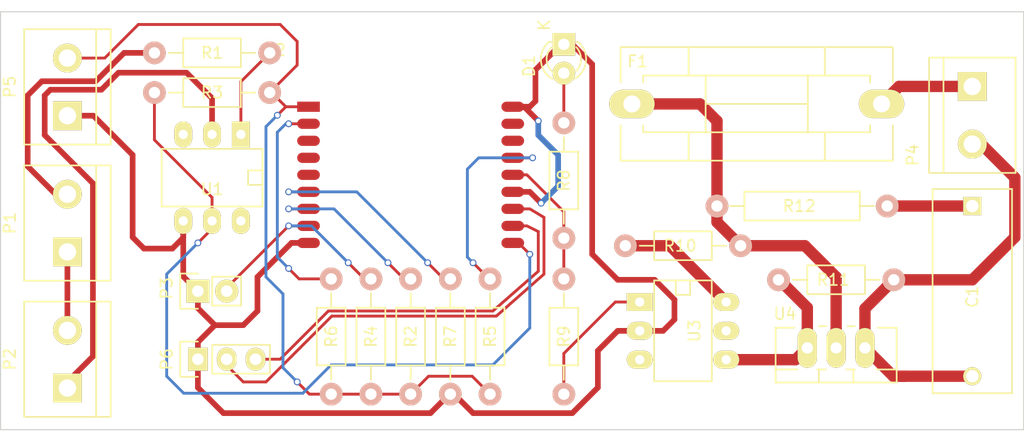
<source format=kicad_pcb>
(kicad_pcb (version 4) (host pcbnew 4.0.0-rc1-stable)

  (general
    (links 44)
    (no_connects 0)
    (area 86.309999 55.829999 176.580001 92.760001)
    (thickness 1.6)
    (drawings 4)
    (tracks 218)
    (zones 0)
    (modules 25)
    (nets 24)
  )

  (page A4)
  (layers
    (0 F.Cu signal)
    (31 B.Cu signal)
    (32 B.Adhes user)
    (33 F.Adhes user)
    (34 B.Paste user)
    (35 F.Paste user)
    (36 B.SilkS user)
    (37 F.SilkS user)
    (38 B.Mask user)
    (39 F.Mask user)
    (40 Dwgs.User user)
    (41 Cmts.User user)
    (42 Eco1.User user)
    (43 Eco2.User user)
    (44 Edge.Cuts user)
    (45 Margin user)
    (46 B.CrtYd user)
    (47 F.CrtYd user)
    (48 B.Fab user)
    (49 F.Fab user)
  )

  (setup
    (last_trace_width 0.25)
    (trace_clearance 0.2)
    (zone_clearance 0.508)
    (zone_45_only no)
    (trace_min 0.2)
    (segment_width 0.2)
    (edge_width 0.1)
    (via_size 0.6)
    (via_drill 0.4)
    (via_min_size 0.4)
    (via_min_drill 0.3)
    (uvia_size 0.3)
    (uvia_drill 0.1)
    (uvias_allowed no)
    (uvia_min_size 0.2)
    (uvia_min_drill 0.1)
    (pcb_text_width 0.3)
    (pcb_text_size 1.5 1.5)
    (mod_edge_width 0.15)
    (mod_text_size 1 1)
    (mod_text_width 0.15)
    (pad_size 1.5 1.5)
    (pad_drill 0.6)
    (pad_to_mask_clearance 0)
    (aux_axis_origin 12 12)
    (visible_elements 7FFFFFFF)
    (pcbplotparams
      (layerselection 0x310ec_80000001)
      (usegerberextensions false)
      (excludeedgelayer true)
      (linewidth 0.100000)
      (plotframeref false)
      (viasonmask false)
      (mode 1)
      (useauxorigin false)
      (hpglpennumber 1)
      (hpglpenspeed 20)
      (hpglpendiameter 15)
      (hpglpenoverlay 2)
      (psnegative false)
      (psa4output false)
      (plotreference true)
      (plotvalue true)
      (plotinvisibletext false)
      (padsonsilk false)
      (subtractmaskfromsilk false)
      (outputformat 1)
      (mirror false)
      (drillshape 0)
      (scaleselection 1)
      (outputdirectory Gerber/))
  )

  (net 0 "")
  (net 1 "Net-(C1-Pad1)")
  (net 2 "Net-(C1-Pad2)")
  (net 3 MAINS)
  (net 4 "Net-(F1-Pad2)")
  (net 5 "Net-(F1-Pad1)")
  (net 6 "Net-(P1-Pad1)")
  (net 7 "Net-(P1-Pad2)")
  (net 8 "Net-(P2-Pad1)")
  (net 9 "Net-(R1-Pad1)")
  (net 10 +3V3)
  (net 11 BUTTONS)
  (net 12 GND)
  (net 13 "Net-(R6-Pad2)")
  (net 14 "Net-(R10-Pad1)")
  (net 15 "Net-(R11-Pad2)")
  (net 16 "Net-(R7-Pad1)")
  (net 17 "Net-(R2-Pad2)")
  (net 18 "Net-(P3-Pad2)")
  (net 19 "Net-(R5-Pad2)")
  (net 20 "Net-(D1-Pad2)")
  (net 21 "Net-(R9-Pad2)")
  (net 22 "Net-(P6-Pad2)")
  (net 23 "Net-(P6-Pad3)")

  (net_class Default "This is the default net class."
    (clearance 0.2)
    (trace_width 0.25)
    (via_dia 0.6)
    (via_drill 0.4)
    (uvia_dia 0.3)
    (uvia_drill 0.1)
    (add_net +3V3)
    (add_net BUTTONS)
    (add_net MAINS)
    (add_net "Net-(D1-Pad2)")
    (add_net "Net-(P3-Pad2)")
    (add_net "Net-(P6-Pad2)")
    (add_net "Net-(P6-Pad3)")
    (add_net "Net-(R1-Pad1)")
    (add_net "Net-(R2-Pad2)")
    (add_net "Net-(R5-Pad2)")
    (add_net "Net-(R6-Pad2)")
    (add_net "Net-(R7-Pad1)")
    (add_net "Net-(R9-Pad2)")
  )

  (net_class 220 ""
    (clearance 1)
    (trace_width 1)
    (via_dia 0.6)
    (via_drill 0.4)
    (uvia_dia 0.3)
    (uvia_drill 0.1)
    (add_net "Net-(C1-Pad1)")
    (add_net "Net-(C1-Pad2)")
    (add_net "Net-(F1-Pad1)")
    (add_net "Net-(F1-Pad2)")
    (add_net "Net-(R10-Pad1)")
    (add_net "Net-(R11-Pad2)")
  )

  (net_class 24 ""
    (clearance 0.2)
    (trace_width 0.5)
    (via_dia 0.6)
    (via_drill 0.4)
    (uvia_dia 0.3)
    (uvia_drill 0.1)
    (add_net GND)
    (add_net "Net-(P1-Pad1)")
    (add_net "Net-(P1-Pad2)")
    (add_net "Net-(P2-Pad1)")
  )

  (module LEDs:LED-3MM (layer F.Cu) (tedit 559B82F6) (tstamp 5615B484)
    (at 136 58.75 270)
    (descr "LED 3mm round vertical")
    (tags "LED  3mm round vertical")
    (path /5608BC3E)
    (fp_text reference D1 (at 1.91 3.06 270) (layer F.SilkS)
      (effects (font (size 1 1) (thickness 0.15)))
    )
    (fp_text value LED (at 1.3 -2.9 270) (layer F.Fab)
      (effects (font (size 1 1) (thickness 0.15)))
    )
    (fp_line (start -1.2 2.3) (end 3.8 2.3) (layer F.CrtYd) (width 0.05))
    (fp_line (start 3.8 2.3) (end 3.8 -2.2) (layer F.CrtYd) (width 0.05))
    (fp_line (start 3.8 -2.2) (end -1.2 -2.2) (layer F.CrtYd) (width 0.05))
    (fp_line (start -1.2 -2.2) (end -1.2 2.3) (layer F.CrtYd) (width 0.05))
    (fp_line (start -0.199 1.314) (end -0.199 1.114) (layer F.SilkS) (width 0.15))
    (fp_line (start -0.199 -1.28) (end -0.199 -1.1) (layer F.SilkS) (width 0.15))
    (fp_arc (start 1.301 0.034) (end -0.199 -1.286) (angle 108.5) (layer F.SilkS) (width 0.15))
    (fp_arc (start 1.301 0.034) (end 0.25 -1.1) (angle 85.7) (layer F.SilkS) (width 0.15))
    (fp_arc (start 1.311 0.034) (end 3.051 0.994) (angle 110) (layer F.SilkS) (width 0.15))
    (fp_arc (start 1.301 0.034) (end 2.335 1.094) (angle 87.5) (layer F.SilkS) (width 0.15))
    (fp_text user K (at -1.69 1.74 270) (layer F.SilkS)
      (effects (font (size 1 1) (thickness 0.15)))
    )
    (pad 1 thru_hole rect (at 0 0) (size 2 2) (drill 1.00076) (layers *.Cu *.Mask F.SilkS)
      (net 12 GND))
    (pad 2 thru_hole circle (at 2.54 0 270) (size 2 2) (drill 1.00076) (layers *.Cu *.Mask F.SilkS)
      (net 20 "Net-(D1-Pad2)"))
    (model LEDs.3dshapes/LED-3MM.wrl
      (at (xyz 0.05 0 0))
      (scale (xyz 1 1 1))
      (rotate (xyz 0 0 90))
    )
  )

  (module Resistors_ThroughHole:Resistor_Horizontal_RM15mm (layer F.Cu) (tedit 561C0C8A) (tstamp 5615B4C6)
    (at 157 73)
    (descr "Resistor, Axial, RM 15mm,")
    (tags "Resistor, Axial, RM 15mm,")
    (path /5608A77D)
    (fp_text reference R12 (at -0.25 0) (layer F.SilkS)
      (effects (font (size 1 1) (thickness 0.15)))
    )
    (fp_text value 100 (at 3 2.25) (layer F.Fab)
      (effects (font (size 1 1) (thickness 0.15)))
    )
    (fp_line (start -5.08 -1.27) (end -5.08 1.27) (layer F.SilkS) (width 0.15))
    (fp_line (start -5.08 1.27) (end 5.08 1.27) (layer F.SilkS) (width 0.15))
    (fp_line (start 5.08 1.27) (end 5.08 -1.27) (layer F.SilkS) (width 0.15))
    (fp_line (start 5.08 -1.27) (end -5.08 -1.27) (layer F.SilkS) (width 0.15))
    (fp_line (start 6.35 0) (end 5.08 0) (layer F.SilkS) (width 0.15))
    (fp_line (start -6.35 0) (end -5.08 0) (layer F.SilkS) (width 0.15))
    (pad 1 thru_hole circle (at -7.5 0) (size 1.99898 1.99898) (drill 1.00076) (layers *.Cu *.SilkS *.Mask)
      (net 5 "Net-(F1-Pad1)"))
    (pad 2 thru_hole circle (at 7.5 0) (size 1.99898 1.99898) (drill 1.00076) (layers *.Cu *.SilkS *.Mask)
      (net 1 "Net-(C1-Pad1)"))
    (model Resistors_ThroughHole.3dshapes/Resistor_Horizontal_RM15mm.wrl
      (at (xyz 0 0 0))
      (scale (xyz 0.4 0.4 0.4))
      (rotate (xyz 0 0 0))
    )
  )

  (module Transistors_TO-220:TO-220_Neutral123_Vertical_LargePads (layer F.Cu) (tedit 561C14E0) (tstamp 5615B4F7)
    (at 160 85.5 180)
    (descr "TO-220, Neutral, Vertical, Large Pads,")
    (tags "TO-220, Neutral, Vertical, Large Pads,")
    (path /5608A7E7)
    (fp_text reference U4 (at 4.5 3 180) (layer F.SilkS)
      (effects (font (size 1 1) (thickness 0.15)))
    )
    (fp_text value BT808 (at 0 3.81 180) (layer F.Fab)
      (effects (font (size 1 1) (thickness 0.15)))
    )
    (fp_line (start 5.334 -1.905) (end 3.429 -1.905) (layer F.SilkS) (width 0.15))
    (fp_line (start 0.889 -1.905) (end 1.651 -1.905) (layer F.SilkS) (width 0.15))
    (fp_line (start -1.524 -1.905) (end -1.651 -1.905) (layer F.SilkS) (width 0.15))
    (fp_line (start -1.524 -1.905) (end -0.889 -1.905) (layer F.SilkS) (width 0.15))
    (fp_line (start -5.334 -1.905) (end -3.556 -1.905) (layer F.SilkS) (width 0.15))
    (fp_line (start -5.334 1.778) (end -3.683 1.778) (layer F.SilkS) (width 0.15))
    (fp_line (start -1.016 1.905) (end -1.651 1.905) (layer F.SilkS) (width 0.15))
    (fp_line (start 1.524 1.905) (end 0.889 1.905) (layer F.SilkS) (width 0.15))
    (fp_line (start 5.334 1.778) (end 3.683 1.778) (layer F.SilkS) (width 0.15))
    (fp_line (start -1.524 -3.048) (end -1.524 -1.905) (layer F.SilkS) (width 0.15))
    (fp_line (start 1.524 -3.048) (end 1.524 -1.905) (layer F.SilkS) (width 0.15))
    (fp_line (start 5.334 -1.905) (end 5.334 1.778) (layer F.SilkS) (width 0.15))
    (fp_line (start -5.334 1.778) (end -5.334 -1.905) (layer F.SilkS) (width 0.15))
    (fp_line (start 5.334 -3.048) (end 5.334 -1.905) (layer F.SilkS) (width 0.15))
    (fp_line (start -5.334 -1.905) (end -5.334 -3.048) (layer F.SilkS) (width 0.15))
    (fp_line (start 0 -3.048) (end -5.334 -3.048) (layer F.SilkS) (width 0.15))
    (fp_line (start 0 -3.048) (end 5.334 -3.048) (layer F.SilkS) (width 0.15))
    (pad 2 thru_hole oval (at 0 0 270) (size 3.50012 1.69926) (drill 1.00076) (layers *.Cu *.Mask F.SilkS)
      (net 5 "Net-(F1-Pad1)"))
    (pad 1 thru_hole oval (at -2.54 0 270) (size 3.50012 1.69926) (drill 1.00076) (layers *.Cu *.Mask F.SilkS)
      (net 2 "Net-(C1-Pad2)"))
    (pad 3 thru_hole oval (at 2.54 0 270) (size 3.50012 1.69926) (drill 1.00076) (layers *.Cu *.Mask F.SilkS)
      (net 15 "Net-(R11-Pad2)"))
    (model Transistors_TO-220.3dshapes/TO-220_Neutral123_Vertical_LargePads.wrl
      (at (xyz 0 0 0))
      (scale (xyz 0.3937 0.3937 0.3937))
      (rotate (xyz 0 0 0))
    )
  )

  (module Resistors_ThroughHole:Resistor_Horizontal_RM10mm (layer F.Cu) (tedit 561C2BE9) (tstamp 5619C302)
    (at 105 59.5 180)
    (descr "Resistor, Axial,  RM 10mm, 1/3W,")
    (tags "Resistor, Axial, RM 10mm, 1/3W,")
    (path /5608AA86)
    (fp_text reference R1 (at 0 0 180) (layer F.SilkS)
      (effects (font (size 1 1) (thickness 0.15)))
    )
    (fp_text value 1K (at 3.81 3.81 180) (layer F.Fab)
      (effects (font (size 1 1) (thickness 0.15)))
    )
    (fp_line (start -2.54 -1.27) (end 2.54 -1.27) (layer F.SilkS) (width 0.15))
    (fp_line (start 2.54 -1.27) (end 2.54 1.27) (layer F.SilkS) (width 0.15))
    (fp_line (start 2.54 1.27) (end -2.54 1.27) (layer F.SilkS) (width 0.15))
    (fp_line (start -2.54 1.27) (end -2.54 -1.27) (layer F.SilkS) (width 0.15))
    (fp_line (start -2.54 0) (end -3.81 0) (layer F.SilkS) (width 0.15))
    (fp_line (start 2.54 0) (end 3.81 0) (layer F.SilkS) (width 0.15))
    (pad 1 thru_hole circle (at -5.08 0 180) (size 1.99898 1.99898) (drill 1.00076) (layers *.Cu *.SilkS *.Mask)
      (net 9 "Net-(R1-Pad1)"))
    (pad 2 thru_hole circle (at 5.08 0 180) (size 1.99898 1.99898) (drill 1.00076) (layers *.Cu *.SilkS *.Mask)
      (net 7 "Net-(P1-Pad2)"))
    (model Resistors_ThroughHole.3dshapes/Resistor_Horizontal_RM10mm.wrl
      (at (xyz 0 0 0))
      (scale (xyz 0.4 0.4 0.4))
      (rotate (xyz 0 0 0))
    )
  )

  (module Resistors_ThroughHole:Resistor_Horizontal_RM10mm (layer F.Cu) (tedit 561C2BED) (tstamp 5619C307)
    (at 105 63 180)
    (descr "Resistor, Axial,  RM 10mm, 1/3W,")
    (tags "Resistor, Axial, RM 10mm, 1/3W,")
    (path /5608DE38)
    (fp_text reference R3 (at 0 0 180) (layer F.SilkS)
      (effects (font (size 1 1) (thickness 0.15)))
    )
    (fp_text value 10K (at 3.81 3.81 180) (layer F.Fab)
      (effects (font (size 1 1) (thickness 0.15)))
    )
    (fp_line (start -2.54 -1.27) (end 2.54 -1.27) (layer F.SilkS) (width 0.15))
    (fp_line (start 2.54 -1.27) (end 2.54 1.27) (layer F.SilkS) (width 0.15))
    (fp_line (start 2.54 1.27) (end -2.54 1.27) (layer F.SilkS) (width 0.15))
    (fp_line (start -2.54 1.27) (end -2.54 -1.27) (layer F.SilkS) (width 0.15))
    (fp_line (start -2.54 0) (end -3.81 0) (layer F.SilkS) (width 0.15))
    (fp_line (start 2.54 0) (end 3.81 0) (layer F.SilkS) (width 0.15))
    (pad 1 thru_hole circle (at -5.08 0 180) (size 1.99898 1.99898) (drill 1.00076) (layers *.Cu *.SilkS *.Mask)
      (net 10 +3V3))
    (pad 2 thru_hole circle (at 5.08 0 180) (size 1.99898 1.99898) (drill 1.00076) (layers *.Cu *.SilkS *.Mask)
      (net 11 BUTTONS))
    (model Resistors_ThroughHole.3dshapes/Resistor_Horizontal_RM10mm.wrl
      (at (xyz 0 0 0))
      (scale (xyz 0.4 0.4 0.4))
      (rotate (xyz 0 0 0))
    )
  )

  (module Resistors_ThroughHole:Resistor_Horizontal_RM10mm (layer F.Cu) (tedit 561C0C62) (tstamp 5619C30C)
    (at 136 70.75 90)
    (descr "Resistor, Axial,  RM 10mm, 1/3W,")
    (tags "Resistor, Axial, RM 10mm, 1/3W,")
    (path /5608BB29)
    (fp_text reference R8 (at 0 0 90) (layer F.SilkS)
      (effects (font (size 1 1) (thickness 0.15)))
    )
    (fp_text value 100 (at -0.25 2.5 90) (layer F.Fab)
      (effects (font (size 1 1) (thickness 0.15)))
    )
    (fp_line (start -2.54 -1.27) (end 2.54 -1.27) (layer F.SilkS) (width 0.15))
    (fp_line (start 2.54 -1.27) (end 2.54 1.27) (layer F.SilkS) (width 0.15))
    (fp_line (start 2.54 1.27) (end -2.54 1.27) (layer F.SilkS) (width 0.15))
    (fp_line (start -2.54 1.27) (end -2.54 -1.27) (layer F.SilkS) (width 0.15))
    (fp_line (start -2.54 0) (end -3.81 0) (layer F.SilkS) (width 0.15))
    (fp_line (start 2.54 0) (end 3.81 0) (layer F.SilkS) (width 0.15))
    (pad 1 thru_hole circle (at -5.08 0 90) (size 1.99898 1.99898) (drill 1.00076) (layers *.Cu *.SilkS *.Mask)
      (net 3 MAINS))
    (pad 2 thru_hole circle (at 5.08 0 90) (size 1.99898 1.99898) (drill 1.00076) (layers *.Cu *.SilkS *.Mask)
      (net 20 "Net-(D1-Pad2)"))
    (model Resistors_ThroughHole.3dshapes/Resistor_Horizontal_RM10mm.wrl
      (at (xyz 0 0 0))
      (scale (xyz 0.4 0.4 0.4))
      (rotate (xyz 0 0 0))
    )
  )

  (module Resistors_ThroughHole:Resistor_Horizontal_RM10mm (layer F.Cu) (tedit 561C0C67) (tstamp 5619C311)
    (at 136 84.5 270)
    (descr "Resistor, Axial,  RM 10mm, 1/3W,")
    (tags "Resistor, Axial, RM 10mm, 1/3W,")
    (path /5608BA2B)
    (fp_text reference R9 (at 0 0 270) (layer F.SilkS)
      (effects (font (size 1 1) (thickness 0.15)))
    )
    (fp_text value 68 (at -0.5 -2.25 270) (layer F.Fab)
      (effects (font (size 1 1) (thickness 0.15)))
    )
    (fp_line (start -2.54 -1.27) (end 2.54 -1.27) (layer F.SilkS) (width 0.15))
    (fp_line (start 2.54 -1.27) (end 2.54 1.27) (layer F.SilkS) (width 0.15))
    (fp_line (start 2.54 1.27) (end -2.54 1.27) (layer F.SilkS) (width 0.15))
    (fp_line (start -2.54 1.27) (end -2.54 -1.27) (layer F.SilkS) (width 0.15))
    (fp_line (start -2.54 0) (end -3.81 0) (layer F.SilkS) (width 0.15))
    (fp_line (start 2.54 0) (end 3.81 0) (layer F.SilkS) (width 0.15))
    (pad 1 thru_hole circle (at -5.08 0 270) (size 1.99898 1.99898) (drill 1.00076) (layers *.Cu *.SilkS *.Mask)
      (net 3 MAINS))
    (pad 2 thru_hole circle (at 5.08 0 270) (size 1.99898 1.99898) (drill 1.00076) (layers *.Cu *.SilkS *.Mask)
      (net 21 "Net-(R9-Pad2)"))
    (model Resistors_ThroughHole.3dshapes/Resistor_Horizontal_RM10mm.wrl
      (at (xyz 0 0 0))
      (scale (xyz 0.4 0.4 0.4))
      (rotate (xyz 0 0 0))
    )
  )

  (module Resistors_ThroughHole:Resistor_Horizontal_RM10mm (layer F.Cu) (tedit 561C0C82) (tstamp 5619C316)
    (at 146.5 76.5)
    (descr "Resistor, Axial,  RM 10mm, 1/3W,")
    (tags "Resistor, Axial, RM 10mm, 1/3W,")
    (path /5608B2CD)
    (fp_text reference R10 (at -0.25 0) (layer F.SilkS)
      (effects (font (size 1 1) (thickness 0.15)))
    )
    (fp_text value 390 (at 3.81 3.81) (layer F.Fab)
      (effects (font (size 1 1) (thickness 0.15)))
    )
    (fp_line (start -2.54 -1.27) (end 2.54 -1.27) (layer F.SilkS) (width 0.15))
    (fp_line (start 2.54 -1.27) (end 2.54 1.27) (layer F.SilkS) (width 0.15))
    (fp_line (start 2.54 1.27) (end -2.54 1.27) (layer F.SilkS) (width 0.15))
    (fp_line (start -2.54 1.27) (end -2.54 -1.27) (layer F.SilkS) (width 0.15))
    (fp_line (start -2.54 0) (end -3.81 0) (layer F.SilkS) (width 0.15))
    (fp_line (start 2.54 0) (end 3.81 0) (layer F.SilkS) (width 0.15))
    (pad 1 thru_hole circle (at -5.08 0) (size 1.99898 1.99898) (drill 1.00076) (layers *.Cu *.SilkS *.Mask)
      (net 14 "Net-(R10-Pad1)"))
    (pad 2 thru_hole circle (at 5.08 0) (size 1.99898 1.99898) (drill 1.00076) (layers *.Cu *.SilkS *.Mask)
      (net 5 "Net-(F1-Pad1)"))
    (model Resistors_ThroughHole.3dshapes/Resistor_Horizontal_RM10mm.wrl
      (at (xyz 0 0 0))
      (scale (xyz 0.4 0.4 0.4))
      (rotate (xyz 0 0 0))
    )
  )

  (module Resistors_ThroughHole:Resistor_Horizontal_RM10mm (layer F.Cu) (tedit 561C0C90) (tstamp 5619C31B)
    (at 160 79.5 180)
    (descr "Resistor, Axial,  RM 10mm, 1/3W,")
    (tags "Resistor, Axial, RM 10mm, 1/3W,")
    (path /5608B25B)
    (fp_text reference R11 (at 0.25 0 180) (layer F.SilkS)
      (effects (font (size 1 1) (thickness 0.15)))
    )
    (fp_text value 470 (at -0.75 2.5 180) (layer F.Fab)
      (effects (font (size 1 1) (thickness 0.15)))
    )
    (fp_line (start -2.54 -1.27) (end 2.54 -1.27) (layer F.SilkS) (width 0.15))
    (fp_line (start 2.54 -1.27) (end 2.54 1.27) (layer F.SilkS) (width 0.15))
    (fp_line (start 2.54 1.27) (end -2.54 1.27) (layer F.SilkS) (width 0.15))
    (fp_line (start -2.54 1.27) (end -2.54 -1.27) (layer F.SilkS) (width 0.15))
    (fp_line (start -2.54 0) (end -3.81 0) (layer F.SilkS) (width 0.15))
    (fp_line (start 2.54 0) (end 3.81 0) (layer F.SilkS) (width 0.15))
    (pad 1 thru_hole circle (at -5.08 0 180) (size 1.99898 1.99898) (drill 1.00076) (layers *.Cu *.SilkS *.Mask)
      (net 2 "Net-(C1-Pad2)"))
    (pad 2 thru_hole circle (at 5.08 0 180) (size 1.99898 1.99898) (drill 1.00076) (layers *.Cu *.SilkS *.Mask)
      (net 15 "Net-(R11-Pad2)"))
    (model Resistors_ThroughHole.3dshapes/Resistor_Horizontal_RM10mm.wrl
      (at (xyz 0 0 0))
      (scale (xyz 0.4 0.4 0.4))
      (rotate (xyz 0 0 0))
    )
  )

  (module Sockets_DIP:DIP-6__300_ELL (layer F.Cu) (tedit 0) (tstamp 5619C320)
    (at 105 70.5 180)
    (descr "6 pins DIL package, elliptical pads")
    (tags DIL)
    (path /5608A1AB)
    (fp_text reference U1 (at 0 -1.016 180) (layer F.SilkS)
      (effects (font (size 1 1) (thickness 0.15)))
    )
    (fp_text value 4N35 (at 0 1.27 180) (layer F.Fab)
      (effects (font (size 1 1) (thickness 0.15)))
    )
    (fp_line (start -4.445 -2.54) (end 4.445 -2.54) (layer F.SilkS) (width 0.15))
    (fp_line (start 4.445 -2.54) (end 4.445 2.54) (layer F.SilkS) (width 0.15))
    (fp_line (start 4.445 2.54) (end -4.445 2.54) (layer F.SilkS) (width 0.15))
    (fp_line (start -4.445 2.54) (end -4.445 -2.54) (layer F.SilkS) (width 0.15))
    (fp_line (start -4.445 -0.635) (end -3.175 -0.635) (layer F.SilkS) (width 0.15))
    (fp_line (start -3.175 -0.635) (end -3.175 0.635) (layer F.SilkS) (width 0.15))
    (fp_line (start -3.175 0.635) (end -4.445 0.635) (layer F.SilkS) (width 0.15))
    (pad 1 thru_hole rect (at -2.54 3.81 180) (size 1.5748 2.286) (drill 0.8128) (layers *.Cu *.Mask F.SilkS)
      (net 9 "Net-(R1-Pad1)"))
    (pad 2 thru_hole oval (at 0 3.81 180) (size 1.5748 2.286) (drill 0.8128) (layers *.Cu *.Mask F.SilkS)
      (net 8 "Net-(P2-Pad1)"))
    (pad 3 thru_hole oval (at 2.54 3.81 180) (size 1.5748 2.286) (drill 0.8128) (layers *.Cu *.Mask F.SilkS))
    (pad 4 thru_hole oval (at 2.54 -3.81 180) (size 1.5748 2.286) (drill 0.8128) (layers *.Cu *.Mask F.SilkS)
      (net 12 GND))
    (pad 5 thru_hole oval (at 0 -3.81 180) (size 1.5748 2.286) (drill 0.8128) (layers *.Cu *.Mask F.SilkS)
      (net 11 BUTTONS))
    (pad 6 thru_hole oval (at -2.54 -3.81 180) (size 1.5748 2.286) (drill 0.8128) (layers *.Cu *.Mask F.SilkS))
    (model Sockets_DIP.3dshapes/DIP-6__300_ELL.wrl
      (at (xyz 0 0 0))
      (scale (xyz 1 1 1))
      (rotate (xyz 0 0 0))
    )
  )

  (module Sockets_DIP:DIP-6__300_ELL (layer F.Cu) (tedit 0) (tstamp 5619C329)
    (at 146.5 84 270)
    (descr "6 pins DIL package, elliptical pads")
    (tags DIL)
    (path /5608A238)
    (fp_text reference U3 (at 0 -1.016 270) (layer F.SilkS)
      (effects (font (size 1 1) (thickness 0.15)))
    )
    (fp_text value MOC3041M (at 0 1.27 270) (layer F.Fab)
      (effects (font (size 1 1) (thickness 0.15)))
    )
    (fp_line (start -4.445 -2.54) (end 4.445 -2.54) (layer F.SilkS) (width 0.15))
    (fp_line (start 4.445 -2.54) (end 4.445 2.54) (layer F.SilkS) (width 0.15))
    (fp_line (start 4.445 2.54) (end -4.445 2.54) (layer F.SilkS) (width 0.15))
    (fp_line (start -4.445 2.54) (end -4.445 -2.54) (layer F.SilkS) (width 0.15))
    (fp_line (start -4.445 -0.635) (end -3.175 -0.635) (layer F.SilkS) (width 0.15))
    (fp_line (start -3.175 -0.635) (end -3.175 0.635) (layer F.SilkS) (width 0.15))
    (fp_line (start -3.175 0.635) (end -4.445 0.635) (layer F.SilkS) (width 0.15))
    (pad 1 thru_hole rect (at -2.54 3.81 270) (size 1.5748 2.286) (drill 0.8128) (layers *.Cu *.Mask F.SilkS)
      (net 21 "Net-(R9-Pad2)"))
    (pad 2 thru_hole oval (at 0 3.81 270) (size 1.5748 2.286) (drill 0.8128) (layers *.Cu *.Mask F.SilkS)
      (net 12 GND))
    (pad 3 thru_hole oval (at 2.54 3.81 270) (size 1.5748 2.286) (drill 0.8128) (layers *.Cu *.Mask F.SilkS))
    (pad 4 thru_hole oval (at 2.54 -3.81 270) (size 1.5748 2.286) (drill 0.8128) (layers *.Cu *.Mask F.SilkS)
      (net 15 "Net-(R11-Pad2)"))
    (pad 5 thru_hole oval (at 0 -3.81 270) (size 1.5748 2.286) (drill 0.8128) (layers *.Cu *.Mask F.SilkS))
    (pad 6 thru_hole oval (at -2.54 -3.81 270) (size 1.5748 2.286) (drill 0.8128) (layers *.Cu *.Mask F.SilkS)
      (net 14 "Net-(R10-Pad1)"))
    (model Sockets_DIP.3dshapes/DIP-6__300_ELL.wrl
      (at (xyz 0 0 0))
      (scale (xyz 1 1 1))
      (rotate (xyz 0 0 0))
    )
  )

  (module Capacitors_ThroughHole:C_Rect_L18_W7_P15 (layer F.Cu) (tedit 561C14E6) (tstamp 5619C5D2)
    (at 172 73 270)
    (descr "Film Capacitor Length 18mm x Width 7mm, Pitch 15mm")
    (tags Capacitor)
    (path /5608A63B)
    (fp_text reference C1 (at 8 0 270) (layer F.SilkS)
      (effects (font (size 1 1) (thickness 0.15)))
    )
    (fp_text value "0.1 400V" (at 7.5 4.75 270) (layer F.Fab)
      (effects (font (size 1 1) (thickness 0.15)))
    )
    (fp_line (start -1.75 -3.75) (end 16.75 -3.75) (layer F.CrtYd) (width 0.05))
    (fp_line (start 16.75 -3.75) (end 16.75 3.75) (layer F.CrtYd) (width 0.05))
    (fp_line (start 16.75 3.75) (end -1.75 3.75) (layer F.CrtYd) (width 0.05))
    (fp_line (start -1.75 3.75) (end -1.75 -3.75) (layer F.CrtYd) (width 0.05))
    (fp_line (start -1.5 -3.5) (end 16.5 -3.5) (layer F.SilkS) (width 0.15))
    (fp_line (start 16.5 -3.5) (end 16.5 3.5) (layer F.SilkS) (width 0.15))
    (fp_line (start 16.5 3.5) (end -1.5 3.5) (layer F.SilkS) (width 0.15))
    (fp_line (start -1.5 3.5) (end -1.5 -3.5) (layer F.SilkS) (width 0.15))
    (pad 1 thru_hole rect (at 0 0 270) (size 1.6 1.6) (drill 1.1) (layers *.Cu *.Mask F.SilkS)
      (net 1 "Net-(C1-Pad1)"))
    (pad 2 thru_hole circle (at 15 0 270) (size 1.6 1.6) (drill 1.1) (layers *.Cu *.Mask F.SilkS)
      (net 2 "Net-(C1-Pad2)"))
  )

  (module Fuse_Holders_and_Fuses:Fuseholder5x20_horiz_SemiClosed_Casing10x25mm (layer F.Cu) (tedit 561C0C77) (tstamp 5619C6DD)
    (at 153 64)
    (descr "Fuseholder, 5x20, Semi closed, horizontal, Casing 10x25mm,")
    (tags "Fuseholder, 5x20, Semi closed, horizontal, Casing 10x25mm, Sicherungshalter, halbgeschlossen,")
    (path /5608B6CD)
    (fp_text reference F1 (at -10.5 -3.75) (layer F.SilkS)
      (effects (font (size 1 1) (thickness 0.15)))
    )
    (fp_text value FUSE (at -0.5 0) (layer F.Fab)
      (effects (font (size 1 1) (thickness 0.15)))
    )
    (fp_line (start -5.99948 -2.49936) (end -5.99948 -5.00126) (layer F.SilkS) (width 0.15))
    (fp_line (start -5.99948 5.00126) (end -5.99948 2.49936) (layer F.SilkS) (width 0.15))
    (fp_line (start 5.99948 5.00126) (end 5.99948 2.49936) (layer F.SilkS) (width 0.15))
    (fp_line (start 5.99948 -5.00126) (end 5.99948 -2.49936) (layer F.SilkS) (width 0.15))
    (fp_line (start -4.50088 0) (end 4.50088 0) (layer F.SilkS) (width 0.15))
    (fp_line (start -4.50088 -2.49936) (end -4.50088 2.49936) (layer F.SilkS) (width 0.15))
    (fp_line (start 4.50088 -2.49936) (end 4.50088 2.49936) (layer F.SilkS) (width 0.15))
    (fp_line (start 9.99998 -1.89992) (end 9.99998 -2.49936) (layer F.SilkS) (width 0.15))
    (fp_line (start -9.99998 1.89992) (end -9.99998 2.49936) (layer F.SilkS) (width 0.15))
    (fp_line (start -9.99998 2.49936) (end 9.99998 2.49936) (layer F.SilkS) (width 0.15))
    (fp_line (start 9.99998 2.49936) (end 9.99998 1.89992) (layer F.SilkS) (width 0.15))
    (fp_line (start 9.99998 -2.49936) (end -9.99998 -2.49936) (layer F.SilkS) (width 0.15))
    (fp_line (start -9.99998 -2.49936) (end -9.99998 -1.89992) (layer F.SilkS) (width 0.15))
    (fp_line (start 11.99896 -1.89992) (end 11.99896 -5.00126) (layer F.SilkS) (width 0.15))
    (fp_line (start -11.99896 1.89992) (end -11.99896 5.00126) (layer F.SilkS) (width 0.15))
    (fp_line (start -11.99896 5.00126) (end 11.99896 5.00126) (layer F.SilkS) (width 0.15))
    (fp_line (start 11.99896 5.00126) (end 11.99896 1.89992) (layer F.SilkS) (width 0.15))
    (fp_line (start 11.99896 -5.00126) (end -11.99896 -5.00126) (layer F.SilkS) (width 0.15))
    (fp_line (start -11.99896 -5.00126) (end -11.99896 -1.89992) (layer F.SilkS) (width 0.15))
    (pad 2 thru_hole oval (at 11.00074 0 270) (size 2.49936 4.0005) (drill 1.50114) (layers *.Cu *.Mask F.SilkS)
      (net 4 "Net-(F1-Pad2)"))
    (pad 1 thru_hole oval (at -11.00074 0 270) (size 2.49936 4.0005) (drill 1.50114) (layers *.Cu *.Mask F.SilkS)
      (net 5 "Net-(F1-Pad1)"))
  )

  (module Connect:bornier2 (layer F.Cu) (tedit 0) (tstamp 5619CC50)
    (at 92.25 74.5 90)
    (descr "Bornier d'alimentation 2 pins")
    (tags DEV)
    (path /5608A3D9)
    (fp_text reference P1 (at 0 -5.08 90) (layer F.SilkS)
      (effects (font (size 1 1) (thickness 0.15)))
    )
    (fp_text value BTN (at 0 5.08 90) (layer F.Fab)
      (effects (font (size 1 1) (thickness 0.15)))
    )
    (fp_line (start 5.08 2.54) (end -5.08 2.54) (layer F.SilkS) (width 0.15))
    (fp_line (start 5.08 3.81) (end 5.08 -3.81) (layer F.SilkS) (width 0.15))
    (fp_line (start 5.08 -3.81) (end -5.08 -3.81) (layer F.SilkS) (width 0.15))
    (fp_line (start -5.08 -3.81) (end -5.08 3.81) (layer F.SilkS) (width 0.15))
    (fp_line (start -5.08 3.81) (end 5.08 3.81) (layer F.SilkS) (width 0.15))
    (pad 1 thru_hole rect (at -2.54 0 90) (size 2.54 2.54) (drill 1.524) (layers *.Cu *.Mask F.SilkS)
      (net 6 "Net-(P1-Pad1)"))
    (pad 2 thru_hole circle (at 2.54 0 90) (size 2.54 2.54) (drill 1.524) (layers *.Cu *.Mask F.SilkS)
      (net 7 "Net-(P1-Pad2)"))
    (model Connect.3dshapes/bornier2.wrl
      (at (xyz 0 0 0))
      (scale (xyz 1 1 1))
      (rotate (xyz 0 0 0))
    )
  )

  (module Connect:bornier2 (layer F.Cu) (tedit 0) (tstamp 5619CC55)
    (at 92.25 86.5 90)
    (descr "Bornier d'alimentation 2 pins")
    (tags DEV)
    (path /5608D887)
    (fp_text reference P2 (at 0 -5.08 90) (layer F.SilkS)
      (effects (font (size 1 1) (thickness 0.15)))
    )
    (fp_text value "- +" (at 0 5.08 90) (layer F.Fab)
      (effects (font (size 1 1) (thickness 0.15)))
    )
    (fp_line (start 5.08 2.54) (end -5.08 2.54) (layer F.SilkS) (width 0.15))
    (fp_line (start 5.08 3.81) (end 5.08 -3.81) (layer F.SilkS) (width 0.15))
    (fp_line (start 5.08 -3.81) (end -5.08 -3.81) (layer F.SilkS) (width 0.15))
    (fp_line (start -5.08 -3.81) (end -5.08 3.81) (layer F.SilkS) (width 0.15))
    (fp_line (start -5.08 3.81) (end 5.08 3.81) (layer F.SilkS) (width 0.15))
    (pad 1 thru_hole rect (at -2.54 0 90) (size 2.54 2.54) (drill 1.524) (layers *.Cu *.Mask F.SilkS)
      (net 8 "Net-(P2-Pad1)"))
    (pad 2 thru_hole circle (at 2.54 0 90) (size 2.54 2.54) (drill 1.524) (layers *.Cu *.Mask F.SilkS)
      (net 6 "Net-(P1-Pad1)"))
    (model Connect.3dshapes/bornier2.wrl
      (at (xyz 0 0 0))
      (scale (xyz 1 1 1))
      (rotate (xyz 0 0 0))
    )
  )

  (module Connect:bornier2 (layer F.Cu) (tedit 561C14EC) (tstamp 5619CC5A)
    (at 172 65 270)
    (descr "Bornier d'alimentation 2 pins")
    (tags DEV)
    (path /5608A446)
    (fp_text reference P4 (at 3.5 5.25 270) (layer F.SilkS)
      (effects (font (size 1 1) (thickness 0.15)))
    )
    (fp_text value LAMP (at 0 5.08 270) (layer F.Fab)
      (effects (font (size 1 1) (thickness 0.15)))
    )
    (fp_line (start 5.08 2.54) (end -5.08 2.54) (layer F.SilkS) (width 0.15))
    (fp_line (start 5.08 3.81) (end 5.08 -3.81) (layer F.SilkS) (width 0.15))
    (fp_line (start 5.08 -3.81) (end -5.08 -3.81) (layer F.SilkS) (width 0.15))
    (fp_line (start -5.08 -3.81) (end -5.08 3.81) (layer F.SilkS) (width 0.15))
    (fp_line (start -5.08 3.81) (end 5.08 3.81) (layer F.SilkS) (width 0.15))
    (pad 1 thru_hole rect (at -2.54 0 270) (size 2.54 2.54) (drill 1.524) (layers *.Cu *.Mask F.SilkS)
      (net 4 "Net-(F1-Pad2)"))
    (pad 2 thru_hole circle (at 2.54 0 270) (size 2.54 2.54) (drill 1.524) (layers *.Cu *.Mask F.SilkS)
      (net 2 "Net-(C1-Pad2)"))
    (model Connect.3dshapes/bornier2.wrl
      (at (xyz 0 0 0))
      (scale (xyz 1 1 1))
      (rotate (xyz 0 0 0))
    )
  )

  (module Resistors_ThroughHole:Resistor_Horizontal_RM10mm (layer F.Cu) (tedit 561B30C2) (tstamp 5619D0AC)
    (at 122.5 84.5 90)
    (descr "Resistor, Axial,  RM 10mm, 1/3W,")
    (tags "Resistor, Axial, RM 10mm, 1/3W,")
    (path /5619D38D)
    (fp_text reference R2 (at 0 0 90) (layer F.SilkS)
      (effects (font (size 1 1) (thickness 0.15)))
    )
    (fp_text value 1K (at -7.75 0 90) (layer F.Fab)
      (effects (font (size 1 1) (thickness 0.15)))
    )
    (fp_line (start -2.54 -1.27) (end 2.54 -1.27) (layer F.SilkS) (width 0.15))
    (fp_line (start 2.54 -1.27) (end 2.54 1.27) (layer F.SilkS) (width 0.15))
    (fp_line (start 2.54 1.27) (end -2.54 1.27) (layer F.SilkS) (width 0.15))
    (fp_line (start -2.54 1.27) (end -2.54 -1.27) (layer F.SilkS) (width 0.15))
    (fp_line (start -2.54 0) (end -3.81 0) (layer F.SilkS) (width 0.15))
    (fp_line (start 2.54 0) (end 3.81 0) (layer F.SilkS) (width 0.15))
    (pad 1 thru_hole circle (at -5.08 0 90) (size 1.99898 1.99898) (drill 1.00076) (layers *.Cu *.SilkS *.Mask)
      (net 10 +3V3))
    (pad 2 thru_hole circle (at 5.08 0 90) (size 1.99898 1.99898) (drill 1.00076) (layers *.Cu *.SilkS *.Mask)
      (net 17 "Net-(R2-Pad2)"))
    (model Resistors_ThroughHole.3dshapes/Resistor_Horizontal_RM10mm.wrl
      (at (xyz 0 0 0))
      (scale (xyz 0.4 0.4 0.4))
      (rotate (xyz 0 0 0))
    )
  )

  (module Resistors_ThroughHole:Resistor_Horizontal_RM10mm (layer F.Cu) (tedit 561B30CE) (tstamp 5619D0B2)
    (at 119 84.5 90)
    (descr "Resistor, Axial,  RM 10mm, 1/3W,")
    (tags "Resistor, Axial, RM 10mm, 1/3W,")
    (path /5619D350)
    (fp_text reference R4 (at 0 0 90) (layer F.SilkS)
      (effects (font (size 1 1) (thickness 0.15)))
    )
    (fp_text value 1K (at -7.75 0 90) (layer F.Fab)
      (effects (font (size 1 1) (thickness 0.15)))
    )
    (fp_line (start -2.54 -1.27) (end 2.54 -1.27) (layer F.SilkS) (width 0.15))
    (fp_line (start 2.54 -1.27) (end 2.54 1.27) (layer F.SilkS) (width 0.15))
    (fp_line (start 2.54 1.27) (end -2.54 1.27) (layer F.SilkS) (width 0.15))
    (fp_line (start -2.54 1.27) (end -2.54 -1.27) (layer F.SilkS) (width 0.15))
    (fp_line (start -2.54 0) (end -3.81 0) (layer F.SilkS) (width 0.15))
    (fp_line (start 2.54 0) (end 3.81 0) (layer F.SilkS) (width 0.15))
    (pad 1 thru_hole circle (at -5.08 0 90) (size 1.99898 1.99898) (drill 1.00076) (layers *.Cu *.SilkS *.Mask)
      (net 10 +3V3))
    (pad 2 thru_hole circle (at 5.08 0 90) (size 1.99898 1.99898) (drill 1.00076) (layers *.Cu *.SilkS *.Mask)
      (net 18 "Net-(P3-Pad2)"))
    (model Resistors_ThroughHole.3dshapes/Resistor_Horizontal_RM10mm.wrl
      (at (xyz 0 0 0))
      (scale (xyz 0.4 0.4 0.4))
      (rotate (xyz 0 0 0))
    )
  )

  (module Resistors_ThroughHole:Resistor_Horizontal_RM10mm (layer F.Cu) (tedit 561B30D7) (tstamp 5619D0B8)
    (at 129.5 84.5 90)
    (descr "Resistor, Axial,  RM 10mm, 1/3W,")
    (tags "Resistor, Axial, RM 10mm, 1/3W,")
    (path /5619D315)
    (fp_text reference R5 (at 0 0 90) (layer F.SilkS)
      (effects (font (size 1 1) (thickness 0.15)))
    )
    (fp_text value 1K (at -7.75 0 90) (layer F.Fab)
      (effects (font (size 1 1) (thickness 0.15)))
    )
    (fp_line (start -2.54 -1.27) (end 2.54 -1.27) (layer F.SilkS) (width 0.15))
    (fp_line (start 2.54 -1.27) (end 2.54 1.27) (layer F.SilkS) (width 0.15))
    (fp_line (start 2.54 1.27) (end -2.54 1.27) (layer F.SilkS) (width 0.15))
    (fp_line (start -2.54 1.27) (end -2.54 -1.27) (layer F.SilkS) (width 0.15))
    (fp_line (start -2.54 0) (end -3.81 0) (layer F.SilkS) (width 0.15))
    (fp_line (start 2.54 0) (end 3.81 0) (layer F.SilkS) (width 0.15))
    (pad 1 thru_hole circle (at -5.08 0 90) (size 1.99898 1.99898) (drill 1.00076) (layers *.Cu *.SilkS *.Mask)
      (net 10 +3V3))
    (pad 2 thru_hole circle (at 5.08 0 90) (size 1.99898 1.99898) (drill 1.00076) (layers *.Cu *.SilkS *.Mask)
      (net 19 "Net-(R5-Pad2)"))
    (model Resistors_ThroughHole.3dshapes/Resistor_Horizontal_RM10mm.wrl
      (at (xyz 0 0 0))
      (scale (xyz 0.4 0.4 0.4))
      (rotate (xyz 0 0 0))
    )
  )

  (module Resistors_ThroughHole:Resistor_Horizontal_RM10mm (layer F.Cu) (tedit 561B30AF) (tstamp 5619D0BE)
    (at 115.5 84.5 90)
    (descr "Resistor, Axial,  RM 10mm, 1/3W,")
    (tags "Resistor, Axial, RM 10mm, 1/3W,")
    (path /5619D2CC)
    (fp_text reference R6 (at 0 0 90) (layer F.SilkS)
      (effects (font (size 1 1) (thickness 0.15)))
    )
    (fp_text value 1K (at -7.75 0 90) (layer F.Fab)
      (effects (font (size 1 1) (thickness 0.15)))
    )
    (fp_line (start -2.54 -1.27) (end 2.54 -1.27) (layer F.SilkS) (width 0.15))
    (fp_line (start 2.54 -1.27) (end 2.54 1.27) (layer F.SilkS) (width 0.15))
    (fp_line (start 2.54 1.27) (end -2.54 1.27) (layer F.SilkS) (width 0.15))
    (fp_line (start -2.54 1.27) (end -2.54 -1.27) (layer F.SilkS) (width 0.15))
    (fp_line (start -2.54 0) (end -3.81 0) (layer F.SilkS) (width 0.15))
    (fp_line (start 2.54 0) (end 3.81 0) (layer F.SilkS) (width 0.15))
    (pad 1 thru_hole circle (at -5.08 0 90) (size 1.99898 1.99898) (drill 1.00076) (layers *.Cu *.SilkS *.Mask)
      (net 10 +3V3))
    (pad 2 thru_hole circle (at 5.08 0 90) (size 1.99898 1.99898) (drill 1.00076) (layers *.Cu *.SilkS *.Mask)
      (net 13 "Net-(R6-Pad2)"))
    (model Resistors_ThroughHole.3dshapes/Resistor_Horizontal_RM10mm.wrl
      (at (xyz 0 0 0))
      (scale (xyz 0.4 0.4 0.4))
      (rotate (xyz 0 0 0))
    )
  )

  (module Resistors_ThroughHole:Resistor_Horizontal_RM10mm (layer F.Cu) (tedit 561B30B8) (tstamp 5619D0C4)
    (at 126 84.5 270)
    (descr "Resistor, Axial,  RM 10mm, 1/3W,")
    (tags "Resistor, Axial, RM 10mm, 1/3W,")
    (path /5619DD7A)
    (fp_text reference R7 (at 0 0 270) (layer F.SilkS)
      (effects (font (size 1 1) (thickness 0.15)))
    )
    (fp_text value 1K (at 7.75 0 270) (layer F.Fab)
      (effects (font (size 1 1) (thickness 0.15)))
    )
    (fp_line (start -2.54 -1.27) (end 2.54 -1.27) (layer F.SilkS) (width 0.15))
    (fp_line (start 2.54 -1.27) (end 2.54 1.27) (layer F.SilkS) (width 0.15))
    (fp_line (start 2.54 1.27) (end -2.54 1.27) (layer F.SilkS) (width 0.15))
    (fp_line (start -2.54 1.27) (end -2.54 -1.27) (layer F.SilkS) (width 0.15))
    (fp_line (start -2.54 0) (end -3.81 0) (layer F.SilkS) (width 0.15))
    (fp_line (start 2.54 0) (end 3.81 0) (layer F.SilkS) (width 0.15))
    (pad 1 thru_hole circle (at -5.08 0 270) (size 1.99898 1.99898) (drill 1.00076) (layers *.Cu *.SilkS *.Mask)
      (net 16 "Net-(R7-Pad1)"))
    (pad 2 thru_hole circle (at 5.08 0 270) (size 1.99898 1.99898) (drill 1.00076) (layers *.Cu *.SilkS *.Mask)
      (net 12 GND))
    (model Resistors_ThroughHole.3dshapes/Resistor_Horizontal_RM10mm.wrl
      (at (xyz 0 0 0))
      (scale (xyz 0.4 0.4 0.4))
      (rotate (xyz 0 0 0))
    )
  )

  (module Pin_Headers:Pin_Header_Straight_1x02 (layer F.Cu) (tedit 561C16C2) (tstamp 5619D108)
    (at 103.75 80.5 90)
    (descr "Through hole pin header")
    (tags "pin header")
    (path /5619E0D3)
    (fp_text reference P3 (at 0.25 -2.75 90) (layer F.SilkS)
      (effects (font (size 1 1) (thickness 0.15)))
    )
    (fp_text value PROG (at 2.75 1 180) (layer F.Fab)
      (effects (font (size 1 1) (thickness 0.15)))
    )
    (fp_line (start 1.27 1.27) (end 1.27 3.81) (layer F.SilkS) (width 0.15))
    (fp_line (start 1.55 -1.55) (end 1.55 0) (layer F.SilkS) (width 0.15))
    (fp_line (start -1.75 -1.75) (end -1.75 4.3) (layer F.CrtYd) (width 0.05))
    (fp_line (start 1.75 -1.75) (end 1.75 4.3) (layer F.CrtYd) (width 0.05))
    (fp_line (start -1.75 -1.75) (end 1.75 -1.75) (layer F.CrtYd) (width 0.05))
    (fp_line (start -1.75 4.3) (end 1.75 4.3) (layer F.CrtYd) (width 0.05))
    (fp_line (start 1.27 1.27) (end -1.27 1.27) (layer F.SilkS) (width 0.15))
    (fp_line (start -1.55 0) (end -1.55 -1.55) (layer F.SilkS) (width 0.15))
    (fp_line (start -1.55 -1.55) (end 1.55 -1.55) (layer F.SilkS) (width 0.15))
    (fp_line (start -1.27 1.27) (end -1.27 3.81) (layer F.SilkS) (width 0.15))
    (fp_line (start -1.27 3.81) (end 1.27 3.81) (layer F.SilkS) (width 0.15))
    (pad 1 thru_hole rect (at 0 0 90) (size 2.032 2.032) (drill 1.016) (layers *.Cu *.Mask F.SilkS)
      (net 12 GND))
    (pad 2 thru_hole oval (at 0 2.54 90) (size 2.032 2.032) (drill 1.016) (layers *.Cu *.Mask F.SilkS)
      (net 18 "Net-(P3-Pad2)"))
    (model Pin_Headers.3dshapes/Pin_Header_Straight_1x02.wrl
      (at (xyz 0 -0.05 0))
      (scale (xyz 1 1 1))
      (rotate (xyz 0 0 90))
    )
  )

  (module Connect:bornier2 (layer F.Cu) (tedit 0) (tstamp 561AFE61)
    (at 92.25 62.5 90)
    (descr "Bornier d'alimentation 2 pins")
    (tags DEV)
    (path /561AFE96)
    (fp_text reference P5 (at 0 -5.08 90) (layer F.SilkS)
      (effects (font (size 1 1) (thickness 0.15)))
    )
    (fp_text value CONN (at 0 5.08 90) (layer F.Fab)
      (effects (font (size 1 1) (thickness 0.15)))
    )
    (fp_line (start 5.08 2.54) (end -5.08 2.54) (layer F.SilkS) (width 0.15))
    (fp_line (start 5.08 3.81) (end 5.08 -3.81) (layer F.SilkS) (width 0.15))
    (fp_line (start 5.08 -3.81) (end -5.08 -3.81) (layer F.SilkS) (width 0.15))
    (fp_line (start -5.08 -3.81) (end -5.08 3.81) (layer F.SilkS) (width 0.15))
    (fp_line (start -5.08 3.81) (end 5.08 3.81) (layer F.SilkS) (width 0.15))
    (pad 1 thru_hole rect (at -2.54 0 90) (size 2.54 2.54) (drill 1.524) (layers *.Cu *.Mask F.SilkS)
      (net 12 GND))
    (pad 2 thru_hole circle (at 2.54 0 90) (size 2.54 2.54) (drill 1.524) (layers *.Cu *.Mask F.SilkS)
      (net 10 +3V3))
    (model Connect.3dshapes/bornier2.wrl
      (at (xyz 0 0 0))
      (scale (xyz 1 1 1))
      (rotate (xyz 0 0 0))
    )
  )

  (module ESP8266:ESP-13-WROOM-02 (layer F.Cu) (tedit 5613A4CC) (tstamp 561B358E)
    (at 113.5 64.25)
    (descr "Module, ESP-8266, ESP-13-WROOM-02, 18 pad, SMD")
    (tags "Module ESP-8266 ESP8266")
    (path /56119E27)
    (fp_text reference U2 (at -3 -5) (layer F.SilkS)
      (effects (font (size 1 1) (thickness 0.15)))
    )
    (fp_text value ESP-13-WROOM-02 (at 9 0) (layer F.Fab)
      (effects (font (size 1 1) (thickness 0.15)))
    )
    (fp_line (start 18 -7) (end 0 -1.2) (layer F.CrtYd) (width 0.1524))
    (fp_line (start 0 -7) (end 18 -1.2) (layer F.CrtYd) (width 0.1524))
    (fp_text user "No Copper" (at 9 -4) (layer F.CrtYd)
      (effects (font (size 1 1) (thickness 0.15)))
    )
    (fp_line (start 0 -7) (end 0 -1.2) (layer F.CrtYd) (width 0.1524))
    (fp_line (start 0 -1.2) (end 18 -1.2) (layer F.CrtYd) (width 0.1524))
    (fp_line (start 18 -1.2) (end 18 -7) (layer F.CrtYd) (width 0.1524))
    (fp_line (start 18 -7) (end 0 -7) (layer F.CrtYd) (width 0.1524))
    (fp_line (start 18 -7) (end 18 13) (layer F.Fab) (width 0.1524))
    (fp_line (start 0 13) (end 18 13) (layer F.Fab) (width 0.1524))
    (fp_line (start 0 13) (end 0 -7) (layer F.Fab) (width 0.1524))
    (fp_line (start 0 -7) (end 18 -7) (layer F.Fab) (width 0.1524))
    (pad 10 smd oval (at 18 12) (size 2 0.9) (layers F.Cu F.Paste F.Mask)
      (net 11 BUTTONS))
    (pad 9 smd oval (at 0 12) (size 2 0.9) (layers F.Cu F.Paste F.Mask)
      (net 12 GND))
    (pad 1 smd rect (at 0 0) (size 2 0.9) (layers F.Cu F.Paste F.Mask)
      (net 10 +3V3))
    (pad 2 smd oval (at 0 1.5) (size 2 0.9) (layers F.Cu F.Paste F.Mask)
      (net 13 "Net-(R6-Pad2)"))
    (pad 3 smd oval (at 0 3) (size 2 0.9) (layers F.Cu F.Paste F.Mask))
    (pad 4 smd oval (at 0 4.5) (size 2 0.9) (layers F.Cu F.Paste F.Mask))
    (pad 5 smd oval (at 0 6) (size 2 0.9) (layers F.Cu F.Paste F.Mask))
    (pad 6 smd oval (at 0 7.5) (size 2 0.9) (layers F.Cu F.Paste F.Mask)
      (net 16 "Net-(R7-Pad1)"))
    (pad 7 smd oval (at 0 9) (size 2 0.9) (layers F.Cu F.Paste F.Mask)
      (net 17 "Net-(R2-Pad2)"))
    (pad 8 smd oval (at 0 10.5) (size 2 0.9) (layers F.Cu F.Paste F.Mask)
      (net 18 "Net-(P3-Pad2)"))
    (pad 11 smd oval (at 18 10.5) (size 2 0.9) (layers F.Cu F.Paste F.Mask)
      (net 23 "Net-(P6-Pad3)"))
    (pad 12 smd oval (at 18 9) (size 2 0.9) (layers F.Cu F.Paste F.Mask)
      (net 22 "Net-(P6-Pad2)"))
    (pad 13 smd oval (at 18 7.5) (size 2 0.9) (layers F.Cu F.Paste F.Mask)
      (net 12 GND))
    (pad 14 smd oval (at 18 6) (size 2 0.9) (layers F.Cu F.Paste F.Mask)
      (net 3 MAINS))
    (pad 15 smd oval (at 18 4.5) (size 2 0.9) (layers F.Cu F.Paste F.Mask)
      (net 19 "Net-(R5-Pad2)"))
    (pad 16 smd oval (at 18 3) (size 2 0.9) (layers F.Cu F.Paste F.Mask))
    (pad 17 smd oval (at 18 1.5) (size 2 0.9) (layers F.Cu F.Paste F.Mask))
    (pad 18 smd oval (at 18 0) (size 2 0.9) (layers F.Cu F.Paste F.Mask)
      (net 12 GND))
    (model ${ESPLIB}/ESP8266.3dshapes/ESP-13-wroom-02.wrl
      (at (xyz 0 0 0))
      (scale (xyz 0.3937 0.3937 0.3937))
      (rotate (xyz 0 0 0))
    )
  )

  (module Pin_Headers:Pin_Header_Straight_1x03 (layer F.Cu) (tedit 561C1C56) (tstamp 561C1610)
    (at 103.75 86.5 90)
    (descr "Through hole pin header")
    (tags "pin header")
    (path /561C43DA)
    (fp_text reference P6 (at 0 -2.75 90) (layer F.SilkS)
      (effects (font (size 1 1) (thickness 0.15)))
    )
    (fp_text value "RX TX G" (at 2.5 2.75 180) (layer F.Fab)
      (effects (font (size 1 1) (thickness 0.15)))
    )
    (fp_line (start -1.75 -1.75) (end -1.75 6.85) (layer F.CrtYd) (width 0.05))
    (fp_line (start 1.75 -1.75) (end 1.75 6.85) (layer F.CrtYd) (width 0.05))
    (fp_line (start -1.75 -1.75) (end 1.75 -1.75) (layer F.CrtYd) (width 0.05))
    (fp_line (start -1.75 6.85) (end 1.75 6.85) (layer F.CrtYd) (width 0.05))
    (fp_line (start -1.27 1.27) (end -1.27 6.35) (layer F.SilkS) (width 0.15))
    (fp_line (start -1.27 6.35) (end 1.27 6.35) (layer F.SilkS) (width 0.15))
    (fp_line (start 1.27 6.35) (end 1.27 1.27) (layer F.SilkS) (width 0.15))
    (fp_line (start 1.55 -1.55) (end 1.55 0) (layer F.SilkS) (width 0.15))
    (fp_line (start 1.27 1.27) (end -1.27 1.27) (layer F.SilkS) (width 0.15))
    (fp_line (start -1.55 0) (end -1.55 -1.55) (layer F.SilkS) (width 0.15))
    (fp_line (start -1.55 -1.55) (end 1.55 -1.55) (layer F.SilkS) (width 0.15))
    (pad 1 thru_hole rect (at 0 0 90) (size 2.032 1.7272) (drill 1.016) (layers *.Cu *.Mask F.SilkS)
      (net 12 GND))
    (pad 2 thru_hole oval (at 0 2.54 90) (size 2.032 1.7272) (drill 1.016) (layers *.Cu *.Mask F.SilkS)
      (net 22 "Net-(P6-Pad2)"))
    (pad 3 thru_hole oval (at 0 5.08 90) (size 2.032 1.7272) (drill 1.016) (layers *.Cu *.Mask F.SilkS)
      (net 23 "Net-(P6-Pad3)"))
    (model Pin_Headers.3dshapes/Pin_Header_Straight_1x03.wrl
      (at (xyz 0 -0.1 0))
      (scale (xyz 1 1 1))
      (rotate (xyz 0 0 90))
    )
  )

  (gr_line (start 86.36 92.71) (end 86.36 55.88) (angle 90) (layer Edge.Cuts) (width 0.1))
  (gr_line (start 176.53 92.71) (end 86.36 92.71) (angle 90) (layer Edge.Cuts) (width 0.1))
  (gr_line (start 176.53 55.88) (end 176.53 92.71) (angle 90) (layer Edge.Cuts) (width 0.1))
  (gr_line (start 86.36 55.88) (end 176.53 55.88) (angle 90) (layer Edge.Cuts) (width 0.1))

  (segment (start 172 73) (end 164.5 73) (width 1) (layer F.Cu) (net 1))
  (segment (start 165.08 79.5) (end 172 79.5) (width 1) (layer F.Cu) (net 2))
  (segment (start 175.75 70.5) (end 172.79 67.54) (width 1) (layer F.Cu) (net 2) (tstamp 561B2DC7))
  (segment (start 175.75 75.75) (end 175.75 70.5) (width 1) (layer F.Cu) (net 2) (tstamp 561B2DC5))
  (segment (start 172 79.5) (end 175.75 75.75) (width 1) (layer F.Cu) (net 2) (tstamp 561B2DC4))
  (segment (start 162.54 85.5) (end 162.54 82.04) (width 1) (layer F.Cu) (net 2))
  (segment (start 162.54 82.04) (end 165.08 79.5) (width 1) (layer F.Cu) (net 2) (tstamp 561B2DC0))
  (segment (start 172.79 67.54) (end 172 67.54) (width 1) (layer F.Cu) (net 2) (tstamp 561B2DCC))
  (segment (start 172 88) (end 165.75 88) (width 1) (layer F.Cu) (net 2))
  (segment (start 165.75 88) (end 166 88) (width 1) (layer F.Cu) (net 2) (tstamp 561C10E1))
  (segment (start 166 88) (end 165.25 88) (width 1) (layer F.Cu) (net 2) (tstamp 561C10DA))
  (segment (start 165.25 88) (end 165.04 88) (width 1) (layer F.Cu) (net 2) (tstamp 561C10DD))
  (segment (start 165.04 88) (end 162.54 85.5) (width 1) (layer F.Cu) (net 2) (tstamp 561B2DBB))
  (segment (start 131.25 70.25) (end 132.75 70.25) (width 0.25) (layer F.Cu) (net 3))
  (segment (start 136 73.5) (end 136 75.83) (width 0.25) (layer F.Cu) (net 3) (tstamp 561B31AF))
  (segment (start 132.75 70.25) (end 136 73.5) (width 0.25) (layer F.Cu) (net 3) (tstamp 561B31AD))
  (segment (start 136 79.42) (end 136 75.83) (width 0.25) (layer F.Cu) (net 3))
  (segment (start 172 62.46) (end 165.54074 62.46) (width 1) (layer F.Cu) (net 4))
  (segment (start 165.54074 62.46) (end 164.00074 64) (width 1) (layer F.Cu) (net 4) (tstamp 561B2D95))
  (segment (start 151.58 76.5) (end 157.25 76.5) (width 1) (layer F.Cu) (net 5))
  (segment (start 160 79.25) (end 160 85.5) (width 1) (layer F.Cu) (net 5) (tstamp 561B2DA6))
  (segment (start 157.25 76.5) (end 160 79.25) (width 1) (layer F.Cu) (net 5) (tstamp 561B2DA5))
  (segment (start 149.5 73) (end 149.5 74.42) (width 1) (layer F.Cu) (net 5))
  (segment (start 149.5 74.42) (end 151.58 76.5) (width 1) (layer F.Cu) (net 5) (tstamp 561B2DA2))
  (segment (start 141.99926 64) (end 148 64) (width 1) (layer F.Cu) (net 5))
  (segment (start 149.5 65.5) (end 149.5 73) (width 1) (layer F.Cu) (net 5) (tstamp 561B2D9F))
  (segment (start 148 64) (end 149.5 65.5) (width 1) (layer F.Cu) (net 5) (tstamp 561B2D9E))
  (segment (start 92.25 83.96) (end 92.25 77.04) (width 0.5) (layer F.Cu) (net 6))
  (segment (start 92.25 71.96) (end 91.21 71.96) (width 0.5) (layer F.Cu) (net 7))
  (segment (start 91.21 71.96) (end 88.75 69.5) (width 0.5) (layer F.Cu) (net 7) (tstamp 561C1ABC))
  (segment (start 88.75 69.5) (end 88.75 63.25) (width 0.5) (layer F.Cu) (net 7) (tstamp 561C1ABE))
  (segment (start 88.75 63.25) (end 90 62) (width 0.5) (layer F.Cu) (net 7) (tstamp 561C1AC0))
  (segment (start 90 62) (end 94.75 62) (width 0.5) (layer F.Cu) (net 7) (tstamp 561C1AC2))
  (segment (start 94.75 62) (end 97.25 59.5) (width 0.5) (layer F.Cu) (net 7) (tstamp 561C1AC4))
  (segment (start 97.25 59.5) (end 99.92 59.5) (width 0.5) (layer F.Cu) (net 7) (tstamp 561C1AC7))
  (segment (start 92.25 89.04) (end 92.25 88.5) (width 0.5) (layer F.Cu) (net 8))
  (segment (start 92.25 88.5) (end 94.5 86.25) (width 0.5) (layer F.Cu) (net 8) (tstamp 561C1A09))
  (segment (start 94.5 86.25) (end 94.5 71) (width 0.5) (layer F.Cu) (net 8) (tstamp 561C1A0B))
  (segment (start 94.5 71) (end 90.25 66.75) (width 0.5) (layer F.Cu) (net 8) (tstamp 561C1A0F))
  (segment (start 90.25 66.75) (end 90.25 63.25) (width 0.5) (layer F.Cu) (net 8) (tstamp 561C1A12))
  (segment (start 90.25 63.25) (end 90.75 62.75) (width 0.5) (layer F.Cu) (net 8) (tstamp 561C1A13))
  (segment (start 90.75 62.75) (end 95.25 62.75) (width 0.5) (layer F.Cu) (net 8) (tstamp 561C1A15))
  (segment (start 95.25 62.75) (end 96.75 61.25) (width 0.5) (layer F.Cu) (net 8) (tstamp 561C1A16))
  (segment (start 96.75 61.25) (end 102.75 61.25) (width 0.5) (layer F.Cu) (net 8) (tstamp 561C1A1A))
  (segment (start 102.75 61.25) (end 105 63.5) (width 0.5) (layer F.Cu) (net 8) (tstamp 561C1A26))
  (segment (start 105 63.5) (end 105 66.69) (width 0.5) (layer F.Cu) (net 8) (tstamp 561C1A2A))
  (segment (start 107.54 66.69) (end 107.54 62.04) (width 0.25) (layer F.Cu) (net 9))
  (segment (start 107.54 62.04) (end 110.08 59.5) (width 0.25) (layer F.Cu) (net 9) (tstamp 561C1885))
  (segment (start 92.25 59.96) (end 95.54 59.96) (width 0.25) (layer F.Cu) (net 10))
  (segment (start 112.5 60.58) (end 110.08 63) (width 0.25) (layer F.Cu) (net 10) (tstamp 561C1A6D))
  (segment (start 112.5 58.5) (end 112.5 60.58) (width 0.25) (layer F.Cu) (net 10) (tstamp 561C1A6B))
  (segment (start 111 57) (end 112.5 58.5) (width 0.25) (layer F.Cu) (net 10) (tstamp 561C1A69))
  (segment (start 98.5 57) (end 111 57) (width 0.25) (layer F.Cu) (net 10) (tstamp 561C1A67))
  (segment (start 95.54 59.96) (end 98.5 57) (width 0.25) (layer F.Cu) (net 10) (tstamp 561C1A63))
  (segment (start 115.5 89.58) (end 119 89.58) (width 0.25) (layer F.Cu) (net 10))
  (segment (start 119 89.58) (end 122.5 89.58) (width 0.25) (layer F.Cu) (net 10) (tstamp 561C19A4))
  (segment (start 122.5 89.58) (end 124.08 88) (width 0.25) (layer F.Cu) (net 10) (tstamp 561C19A5))
  (segment (start 124.08 88) (end 127.92 88) (width 0.25) (layer F.Cu) (net 10) (tstamp 561C19A6))
  (segment (start 127.92 88) (end 129.5 89.58) (width 0.25) (layer F.Cu) (net 10) (tstamp 561C19AE))
  (segment (start 115.5 89.58) (end 113.58 89.58) (width 0.25) (layer F.Cu) (net 10))
  (segment (start 110.75 65) (end 111.5 64.25) (width 0.25) (layer F.Cu) (net 10) (tstamp 561C199E))
  (via (at 110.75 65) (size 0.6) (drill 0.4) (layers F.Cu B.Cu) (net 10))
  (segment (start 109.75 66) (end 110.75 65) (width 0.25) (layer B.Cu) (net 10) (tstamp 561C199B))
  (segment (start 109.75 79.25) (end 109.75 66) (width 0.25) (layer B.Cu) (net 10) (tstamp 561C1998))
  (segment (start 111.25 80.75) (end 109.75 79.25) (width 0.25) (layer B.Cu) (net 10) (tstamp 561C1996))
  (segment (start 111.25 87.25) (end 111.25 80.75) (width 0.25) (layer B.Cu) (net 10) (tstamp 561C1994))
  (segment (start 112.5 88.5) (end 111.25 87.25) (width 0.25) (layer B.Cu) (net 10) (tstamp 561C1993))
  (via (at 112.5 88.5) (size 0.6) (drill 0.4) (layers F.Cu B.Cu) (net 10))
  (segment (start 113.58 89.58) (end 112.5 88.5) (width 0.25) (layer F.Cu) (net 10) (tstamp 561C198C))
  (segment (start 119 89.5) (end 119 89.58) (width 0.25) (layer F.Cu) (net 10) (tstamp 561C1970))
  (segment (start 110.08 63) (end 110.08 62.92) (width 0.25) (layer F.Cu) (net 10))
  (segment (start 110.08 63) (end 110.25 63) (width 0.25) (layer F.Cu) (net 10))
  (segment (start 110.25 63) (end 111.5 64.25) (width 0.25) (layer F.Cu) (net 10) (tstamp 561C1857))
  (segment (start 111.5 64.25) (end 113.5 64.25) (width 0.25) (layer F.Cu) (net 10) (tstamp 561C1858))
  (segment (start 119 89.58) (end 119 90) (width 0.5) (layer F.Cu) (net 10))
  (segment (start 115.67 89.58) (end 115.5 89.58) (width 0.25) (layer F.Cu) (net 10) (tstamp 561B3117))
  (segment (start 131.5 76.25) (end 132 76.25) (width 0.25) (layer F.Cu) (net 11))
  (segment (start 132 76.25) (end 133 77.25) (width 0.25) (layer F.Cu) (net 11) (tstamp 561C1AF9))
  (via (at 133 77.25) (size 0.6) (drill 0.4) (layers F.Cu B.Cu) (net 11))
  (segment (start 133 77.25) (end 133 83.75) (width 0.25) (layer B.Cu) (net 11) (tstamp 561C1AFC))
  (segment (start 133 83.75) (end 129.75 87) (width 0.25) (layer B.Cu) (net 11) (tstamp 561C1AFD))
  (segment (start 129.75 87) (end 115.5 87) (width 0.25) (layer B.Cu) (net 11) (tstamp 561C1B01))
  (segment (start 115.5 87) (end 113 89.5) (width 0.25) (layer B.Cu) (net 11) (tstamp 561C1B06))
  (segment (start 113 89.5) (end 102.5 89.5) (width 0.25) (layer B.Cu) (net 11) (tstamp 561C1B0E))
  (segment (start 102.5 89.5) (end 101 88) (width 0.25) (layer B.Cu) (net 11) (tstamp 561C1B10))
  (segment (start 101 88) (end 101 79) (width 0.25) (layer B.Cu) (net 11) (tstamp 561C1B16))
  (segment (start 101 79) (end 103.75 76.25) (width 0.25) (layer B.Cu) (net 11) (tstamp 561C1B19))
  (via (at 103.75 76.25) (size 0.6) (drill 0.4) (layers F.Cu B.Cu) (net 11))
  (segment (start 103.75 76.25) (end 105 75) (width 0.25) (layer F.Cu) (net 11) (tstamp 561C1B20))
  (segment (start 105 75) (end 105 74.31) (width 0.25) (layer F.Cu) (net 11) (tstamp 561C1B21))
  (segment (start 99.92 63) (end 99.92 67.17) (width 0.25) (layer F.Cu) (net 11))
  (segment (start 105 72.25) (end 105 74.31) (width 0.25) (layer F.Cu) (net 11) (tstamp 561C188B))
  (segment (start 99.92 67.17) (end 105 72.25) (width 0.25) (layer F.Cu) (net 11) (tstamp 561C1889))
  (segment (start 131.5 71.75) (end 133 71.75) (width 0.5) (layer F.Cu) (net 12))
  (segment (start 133.75 65.5) (end 132.5 64.25) (width 0.5) (layer F.Cu) (net 12) (tstamp 561C1CBA))
  (via (at 133.75 65.5) (size 0.6) (drill 0.4) (layers F.Cu B.Cu) (net 12))
  (segment (start 133.75 66.75) (end 133.75 65.5) (width 0.5) (layer B.Cu) (net 12) (tstamp 561C1CB8))
  (segment (start 135.5 68.5) (end 133.75 66.75) (width 0.5) (layer B.Cu) (net 12) (tstamp 561C1CB6))
  (segment (start 135.5 71.25) (end 135.5 68.5) (width 0.5) (layer B.Cu) (net 12) (tstamp 561C1CB1))
  (segment (start 134 72.75) (end 135.5 71.25) (width 0.5) (layer B.Cu) (net 12) (tstamp 561C1CB0))
  (via (at 134 72.75) (size 0.6) (drill 0.4) (layers F.Cu B.Cu) (net 12))
  (segment (start 133 71.75) (end 134 72.75) (width 0.5) (layer F.Cu) (net 12) (tstamp 561C1CA9))
  (segment (start 132.5 64.25) (end 131.5 64.25) (width 0.5) (layer F.Cu) (net 12) (tstamp 561C1CBB))
  (segment (start 103.75 86.5) (end 103.75 85) (width 0.5) (layer F.Cu) (net 12))
  (segment (start 103.75 85) (end 105.25 83.5) (width 0.5) (layer F.Cu) (net 12) (tstamp 561C1BA2))
  (segment (start 126 89.58) (end 125.92 89.58) (width 0.5) (layer F.Cu) (net 12))
  (segment (start 125.92 89.58) (end 124.25 91.25) (width 0.5) (layer F.Cu) (net 12) (tstamp 561C19D1))
  (segment (start 103.75 89) (end 103.75 86.5) (width 0.5) (layer F.Cu) (net 12) (tstamp 561C19DB))
  (segment (start 106 91.25) (end 103.75 89) (width 0.5) (layer F.Cu) (net 12) (tstamp 561C19D7))
  (segment (start 124.25 91.25) (end 106 91.25) (width 0.5) (layer F.Cu) (net 12) (tstamp 561C19D3))
  (segment (start 126 89.58) (end 126.33 89.58) (width 0.5) (layer F.Cu) (net 12))
  (segment (start 126.33 89.58) (end 128 91.25) (width 0.5) (layer F.Cu) (net 12) (tstamp 561C19B4))
  (segment (start 128 91.25) (end 136.75 91.25) (width 0.5) (layer F.Cu) (net 12) (tstamp 561C19B6))
  (segment (start 136.75 91.25) (end 139 89) (width 0.5) (layer F.Cu) (net 12) (tstamp 561C19B9))
  (segment (start 139 89) (end 139 85.75) (width 0.5) (layer F.Cu) (net 12) (tstamp 561C19BE))
  (segment (start 139 85.75) (end 140.75 84) (width 0.5) (layer F.Cu) (net 12) (tstamp 561C19C0))
  (segment (start 140.75 84) (end 142.69 84) (width 0.5) (layer F.Cu) (net 12) (tstamp 561C19C1))
  (segment (start 113.5 76.25) (end 112 76.25) (width 0.5) (layer F.Cu) (net 12))
  (segment (start 112 76.25) (end 109 79.25) (width 0.5) (layer F.Cu) (net 12) (tstamp 561C190C))
  (segment (start 109 79.25) (end 109 82.25) (width 0.5) (layer F.Cu) (net 12) (tstamp 561C190E))
  (segment (start 109 82.25) (end 107.75 83.5) (width 0.5) (layer F.Cu) (net 12) (tstamp 561C1911))
  (segment (start 107.75 83.5) (end 105.25 83.5) (width 0.5) (layer F.Cu) (net 12) (tstamp 561C1912))
  (segment (start 105.25 83.5) (end 103.75 82) (width 0.5) (layer F.Cu) (net 12) (tstamp 561C1919))
  (segment (start 103.75 80.5) (end 103.75 82) (width 0.5) (layer F.Cu) (net 12))
  (segment (start 102.46 74.31) (end 102.46 79.21) (width 0.5) (layer F.Cu) (net 12))
  (segment (start 102.46 79.21) (end 103.75 80.5) (width 0.5) (layer F.Cu) (net 12) (tstamp 561C1891))
  (segment (start 92.25 65.04) (end 94.54 65.04) (width 0.5) (layer F.Cu) (net 12))
  (segment (start 102.46 75.79) (end 102.46 74.31) (width 0.5) (layer F.Cu) (net 12) (tstamp 561C1882))
  (segment (start 101.5 76.75) (end 102.46 75.79) (width 0.5) (layer F.Cu) (net 12) (tstamp 561C1881))
  (segment (start 99 76.75) (end 101.5 76.75) (width 0.5) (layer F.Cu) (net 12) (tstamp 561C1880))
  (segment (start 98 75.75) (end 99 76.75) (width 0.5) (layer F.Cu) (net 12) (tstamp 561C187F))
  (segment (start 98 68.5) (end 98 75.75) (width 0.5) (layer F.Cu) (net 12) (tstamp 561C187D))
  (segment (start 94.54 65.04) (end 98 68.5) (width 0.5) (layer F.Cu) (net 12) (tstamp 561C187B))
  (segment (start 131.25 71.75) (end 132.25 71.75) (width 0.5) (layer F.Cu) (net 12))
  (segment (start 136 58.75) (end 135.75 58.75) (width 0.5) (layer F.Cu) (net 12))
  (segment (start 135.75 58.75) (end 133.5 61) (width 0.5) (layer F.Cu) (net 12) (tstamp 561B31A6))
  (segment (start 133 64.25) (end 131.25 64.25) (width 0.5) (layer F.Cu) (net 12) (tstamp 561B31AA))
  (segment (start 133.5 63.75) (end 133 64.25) (width 0.5) (layer F.Cu) (net 12) (tstamp 561B31A9))
  (segment (start 133.5 61) (end 133.5 63.75) (width 0.5) (layer F.Cu) (net 12) (tstamp 561B31A7))
  (segment (start 136 58.75) (end 136.75 58.75) (width 0.5) (layer F.Cu) (net 12))
  (segment (start 136.75 58.75) (end 138.5 60.5) (width 0.5) (layer F.Cu) (net 12) (tstamp 561B2E4B))
  (segment (start 138.5 60.5) (end 138.5 77.25) (width 0.5) (layer F.Cu) (net 12) (tstamp 561B2E4C))
  (segment (start 138.5 77.25) (end 140.75 79.5) (width 0.5) (layer F.Cu) (net 12) (tstamp 561B2E4F))
  (segment (start 140.75 79.5) (end 144 79.5) (width 0.5) (layer F.Cu) (net 12) (tstamp 561B2E55))
  (segment (start 144 79.5) (end 145.75 81.25) (width 0.5) (layer F.Cu) (net 12) (tstamp 561B2E57))
  (segment (start 145.75 81.25) (end 145.75 83) (width 0.5) (layer F.Cu) (net 12) (tstamp 561B2E59))
  (segment (start 145.75 83) (end 144.75 84) (width 0.5) (layer F.Cu) (net 12) (tstamp 561B2E5A))
  (segment (start 144.75 84) (end 142.69 84) (width 0.5) (layer F.Cu) (net 12) (tstamp 561B2E5B))
  (segment (start 115.5 79.42) (end 112.67 79.42) (width 0.25) (layer F.Cu) (net 13))
  (segment (start 111.75 65.75) (end 113.5 65.75) (width 0.25) (layer F.Cu) (net 13) (tstamp 561C177D))
  (via (at 111.75 65.75) (size 0.6) (drill 0.4) (layers F.Cu B.Cu) (net 13))
  (segment (start 111.5 65.75) (end 111.75 65.75) (width 0.25) (layer B.Cu) (net 13) (tstamp 561C177B))
  (segment (start 110.75 66.5) (end 111.5 65.75) (width 0.25) (layer B.Cu) (net 13) (tstamp 561C177A))
  (segment (start 110.75 77.5) (end 110.75 66.5) (width 0.25) (layer B.Cu) (net 13) (tstamp 561C1778))
  (segment (start 111.75 78.5) (end 110.75 77.5) (width 0.25) (layer B.Cu) (net 13) (tstamp 561C1777))
  (via (at 111.75 78.5) (size 0.6) (drill 0.4) (layers F.Cu B.Cu) (net 13))
  (segment (start 112.67 79.42) (end 111.75 78.5) (width 0.25) (layer F.Cu) (net 13) (tstamp 561C1775))
  (segment (start 141.42 76.5) (end 145.35 76.5) (width 1) (layer F.Cu) (net 14))
  (segment (start 145.35 76.5) (end 150.31 81.46) (width 1) (layer F.Cu) (net 14) (tstamp 561B2DE6))
  (segment (start 150.31 86.54) (end 156.42 86.54) (width 1) (layer F.Cu) (net 15))
  (segment (start 156.42 86.54) (end 157.46 85.5) (width 1) (layer F.Cu) (net 15) (tstamp 561B2DDB))
  (segment (start 154.92 79.5) (end 155 79.5) (width 1) (layer F.Cu) (net 15))
  (segment (start 155 79.5) (end 157.46 81.96) (width 1) (layer F.Cu) (net 15) (tstamp 561B2DD5))
  (segment (start 157.46 81.96) (end 157.46 85.5) (width 1) (layer F.Cu) (net 15) (tstamp 561B2DD8))
  (segment (start 126 79.42) (end 125.42 79.42) (width 0.25) (layer F.Cu) (net 16))
  (segment (start 125.42 79.42) (end 124 78) (width 0.25) (layer F.Cu) (net 16) (tstamp 561C17A2))
  (segment (start 111.75 71.75) (end 113.5 71.75) (width 0.25) (layer F.Cu) (net 16) (tstamp 561C17AE))
  (via (at 111.75 71.75) (size 0.6) (drill 0.4) (layers F.Cu B.Cu) (net 16))
  (segment (start 117.75 71.75) (end 111.75 71.75) (width 0.25) (layer B.Cu) (net 16) (tstamp 561C17A6))
  (segment (start 124 78) (end 117.75 71.75) (width 0.25) (layer B.Cu) (net 16) (tstamp 561C17A5))
  (via (at 124 78) (size 0.6) (drill 0.4) (layers F.Cu B.Cu) (net 16))
  (segment (start 122.5 79.42) (end 121.92 79.42) (width 0.25) (layer F.Cu) (net 17))
  (segment (start 121.92 79.42) (end 120.5 78) (width 0.25) (layer F.Cu) (net 17) (tstamp 561C1789))
  (segment (start 111.75 73.25) (end 113.5 73.25) (width 0.25) (layer F.Cu) (net 17) (tstamp 561C1798))
  (via (at 111.75 73.25) (size 0.6) (drill 0.4) (layers F.Cu B.Cu) (net 17))
  (segment (start 115.75 73.25) (end 111.75 73.25) (width 0.25) (layer B.Cu) (net 17) (tstamp 561C178E))
  (segment (start 120.5 78) (end 115.75 73.25) (width 0.25) (layer B.Cu) (net 17) (tstamp 561C178D))
  (via (at 120.5 78) (size 0.6) (drill 0.4) (layers F.Cu B.Cu) (net 17))
  (segment (start 106.29 80.5) (end 106.29 80.21) (width 0.25) (layer F.Cu) (net 18))
  (segment (start 106.29 80.21) (end 111.75 74.75) (width 0.25) (layer F.Cu) (net 18) (tstamp 561C1895))
  (segment (start 119 79.42) (end 118.42 79.42) (width 0.25) (layer F.Cu) (net 18))
  (segment (start 118.42 79.42) (end 117 78) (width 0.25) (layer F.Cu) (net 18) (tstamp 561C1780))
  (segment (start 111.75 74.75) (end 113.5 74.75) (width 0.25) (layer F.Cu) (net 18) (tstamp 561C1786))
  (via (at 111.75 74.75) (size 0.6) (drill 0.4) (layers F.Cu B.Cu) (net 18))
  (segment (start 113.75 74.75) (end 111.75 74.75) (width 0.25) (layer B.Cu) (net 18) (tstamp 561C1783))
  (segment (start 117 78) (end 113.75 74.75) (width 0.25) (layer B.Cu) (net 18) (tstamp 561C1782))
  (via (at 117 78) (size 0.6) (drill 0.4) (layers F.Cu B.Cu) (net 18))
  (segment (start 119 79.42) (end 118.17 79.42) (width 0.25) (layer F.Cu) (net 18))
  (segment (start 129.5 79.42) (end 129.42 79.42) (width 0.25) (layer F.Cu) (net 19))
  (segment (start 129.42 79.42) (end 128 78) (width 0.25) (layer F.Cu) (net 19) (tstamp 561C17BF))
  (segment (start 133.25 68.75) (end 131.5 68.75) (width 0.25) (layer F.Cu) (net 19) (tstamp 561C17CE))
  (via (at 133.25 68.75) (size 0.6) (drill 0.4) (layers F.Cu B.Cu) (net 19))
  (segment (start 128.5 68.75) (end 133.25 68.75) (width 0.25) (layer B.Cu) (net 19) (tstamp 561C17CA))
  (segment (start 127.5 69.75) (end 128.5 68.75) (width 0.25) (layer B.Cu) (net 19) (tstamp 561C17C5))
  (segment (start 127.5 77.5) (end 127.5 69.75) (width 0.25) (layer B.Cu) (net 19) (tstamp 561C17C3))
  (segment (start 128 78) (end 127.5 77.5) (width 0.25) (layer B.Cu) (net 19) (tstamp 561C17C2))
  (via (at 128 78) (size 0.6) (drill 0.4) (layers F.Cu B.Cu) (net 19))
  (segment (start 129.5 79.75) (end 129.5 79.42) (width 0.25) (layer F.Cu) (net 19) (tstamp 561B324B))
  (segment (start 136 65.67) (end 136 61.29) (width 0.25) (layer F.Cu) (net 20))
  (segment (start 142.69 81.46) (end 140.54 81.46) (width 0.25) (layer F.Cu) (net 21))
  (segment (start 136 86) (end 136 89.58) (width 0.25) (layer F.Cu) (net 21) (tstamp 561B2E3B))
  (segment (start 140.54 81.46) (end 136 86) (width 0.25) (layer F.Cu) (net 21) (tstamp 561B2E3A))
  (segment (start 106.29 86.5) (end 106.29 87.04) (width 0.25) (layer F.Cu) (net 22))
  (segment (start 106.29 87.04) (end 107.75 88.5) (width 0.25) (layer F.Cu) (net 22) (tstamp 561C1A9D))
  (segment (start 107.75 88.5) (end 109.75 88.5) (width 0.25) (layer F.Cu) (net 22) (tstamp 561C1A9F))
  (segment (start 109.75 88.5) (end 115.549998 82.700002) (width 0.25) (layer F.Cu) (net 22) (tstamp 561C1AA2))
  (segment (start 115.549998 82.700002) (end 130.049998 82.700002) (width 0.25) (layer F.Cu) (net 22) (tstamp 561C1AA4))
  (segment (start 130.049998 82.700002) (end 134.25 79) (width 0.25) (layer F.Cu) (net 22) (tstamp 561C1AA7))
  (segment (start 134.25 79) (end 134.25 74) (width 0.25) (layer F.Cu) (net 22) (tstamp 561C1AAD))
  (segment (start 134.25 74) (end 133 73.25) (width 0.25) (layer F.Cu) (net 22) (tstamp 561C1AB1))
  (segment (start 133 73.25) (end 131.5 73.25) (width 0.25) (layer F.Cu) (net 22) (tstamp 561C1AB2))
  (segment (start 108.83 86.5) (end 111 86.5) (width 0.25) (layer F.Cu) (net 23))
  (segment (start 132.75 74.75) (end 131.5 74.75) (width 0.25) (layer F.Cu) (net 23) (tstamp 561C18F2))
  (segment (start 133.75 75.25) (end 132.75 74.75) (width 0.25) (layer F.Cu) (net 23) (tstamp 561C18EE))
  (segment (start 133.75 78.75) (end 133.75 75.25) (width 0.25) (layer F.Cu) (net 23) (tstamp 561C18EC))
  (segment (start 129.75 82.25) (end 133.75 78.75) (width 0.25) (layer F.Cu) (net 23) (tstamp 561C18EA))
  (segment (start 115.25 82.25) (end 129.75 82.25) (width 0.25) (layer F.Cu) (net 23) (tstamp 561C18E8))
  (segment (start 111 86.5) (end 115.25 82.25) (width 0.25) (layer F.Cu) (net 23) (tstamp 561C18E2))

)

</source>
